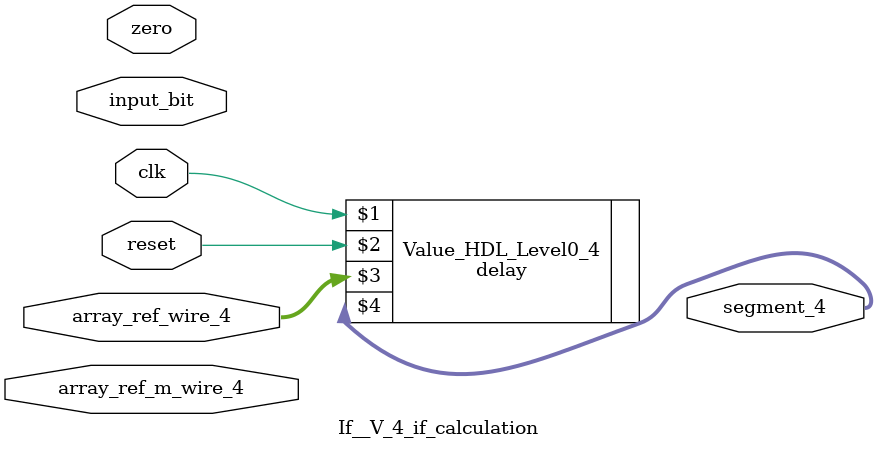
<source format=v>
module If__V_4_if_calculation(input [31:0]input_bit, input [31:0]zero, input [31:0]array_ref_wire_4, input [31:0]array_ref_m_wire_4, output [31:0]segment_4, input clk, input reset);



	//Proceed with segment_4 = delay(array_ref_wire_4) 
	wire [31:0]segment_4;
	delay Value_HDL_Level0_4 ( clk, reset, array_ref_wire_4, segment_4);




endmodule

</source>
